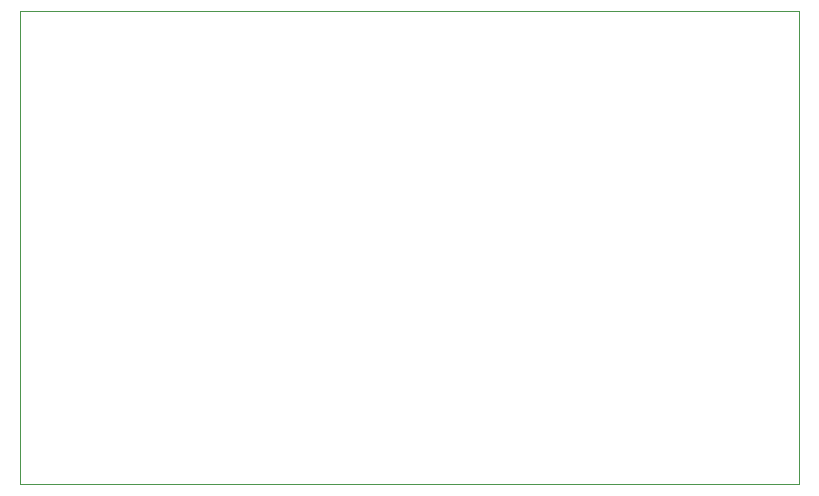
<source format=gbr>
%TF.GenerationSoftware,KiCad,Pcbnew,9.0.0*%
%TF.CreationDate,2025-05-18T23:18:51+02:00*%
%TF.ProjectId,CYPD3177_DEV_BOARD,43595044-3331-4373-975f-4445565f424f,rev?*%
%TF.SameCoordinates,Original*%
%TF.FileFunction,Profile,NP*%
%FSLAX46Y46*%
G04 Gerber Fmt 4.6, Leading zero omitted, Abs format (unit mm)*
G04 Created by KiCad (PCBNEW 9.0.0) date 2025-05-18 23:18:51*
%MOMM*%
%LPD*%
G01*
G04 APERTURE LIST*
%TA.AperFunction,Profile*%
%ADD10C,0.050000*%
%TD*%
G04 APERTURE END LIST*
D10*
X113000000Y-110000000D02*
X113000000Y-70000000D01*
X113000000Y-70000000D02*
X179000000Y-70000000D01*
X179000000Y-110000000D02*
X113000000Y-110000000D01*
X179000000Y-70000000D02*
X179000000Y-110000000D01*
M02*

</source>
